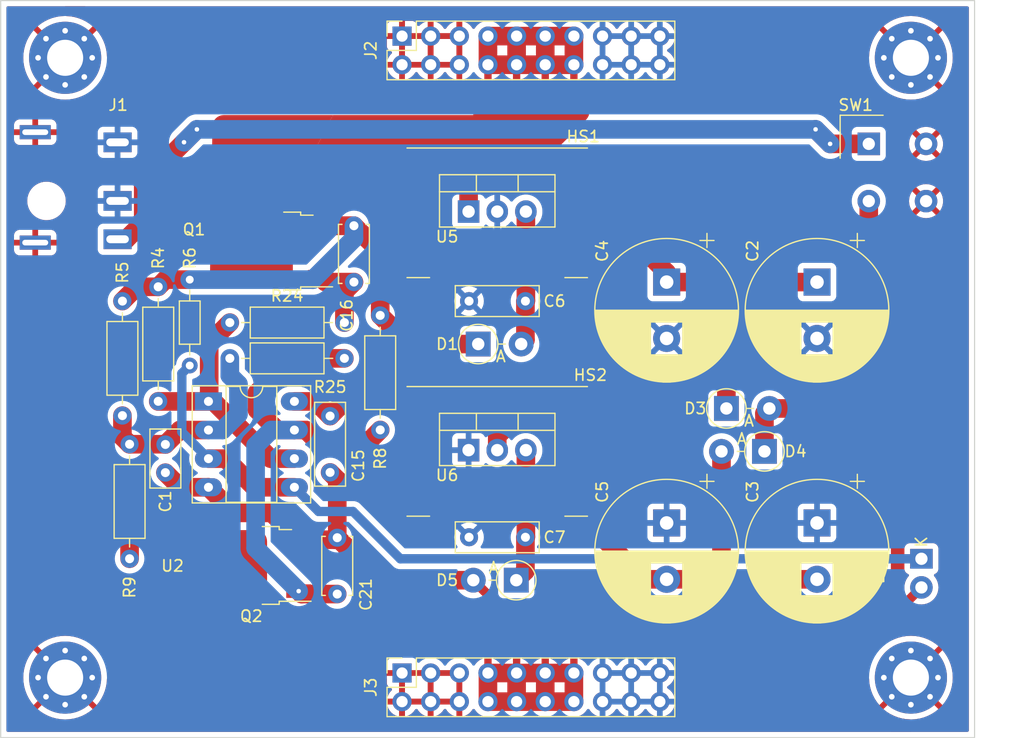
<source format=kicad_pcb>
(kicad_pcb (version 20211014) (generator pcbnew)
  (layers (0 "F.Cu" signal) (31 "B.Cu" power) (34 "B.Paste" user) (35 "F.Paste" user) (36 "B.SilkS" user "B.Silkscreen") (37 "F.SilkS" user "F.Silkscreen") (38 "B.Mask" user) (39 "F.Mask" user) (44 "Edge.Cuts" user))
  (net 0 "")
  (net 1 "Net-(R5-Pad2)")
  (net 2 "GND")
  (net 3 "Net-(U5-Pad3)")
  (net 4 "Net-(U6-Pad3)")
  (net 5 "+12V")
  (net 6 "-12V")
  (net 7 "Net-(C16-Pad2)")
  (net 8 "Net-(U2-Pad7)")
  (net 9 "Net-(U2-Pad3)")
  (net 10 "GNDREF")
  (net 11 "Net-(R4-Pad2)")
  (net 12 "/VREG-")
  (net 13 "/VAC+")
  (net 14 "/VAC-")
  (net 15 "/VREG+")
  (net 16 "/VAC_SW")
  (net 17 "/VAC")
  (footprint "Capacitor_THT:C_Rect_L7.2mm_W2.5mm_P5.00mm_FKS2_FKP2_MKS2_MKP2" (layer "F.Cu") (at 179.247817 95.25 180)
    (fp_text reference "C6" (at -2.58 0) (layer "F.SilkS"))
    (fp_text value "0u22")
    (pad "1" thru_hole circle (at 0 0 180) (size 1.6 1.6) (drill 0.8) (layers *.Cu *.Mask) (net 3 "Net-(U5-Pad3)"))
    (pad "2" thru_hole circle (at 5 0 180) (size 1.6 1.6) (drill 0.8) (layers *.Cu *.Mask) (net 2 "GND"))
  )
  (footprint "Diode_THT:D_DO-41_SOD81_P3.81mm_Vertical_AnodeUp" (layer "F.Cu") (at 197.067818 104.775)
    (fp_text reference "D3" (at -2.757818 0) (layer "F.SilkS"))
    (fp_text value "1N4002" hide)
    (fp_text user "A" (at 2.01 1.1) (layer "F.SilkS"))
    (pad "1" thru_hole rect (at 0 0) (size 2.2 2.2) (drill 1.1) (layers *.Cu *.Mask) (net 13 "/VAC+"))
    (pad "2" thru_hole oval (at 3.81 0) (size 2.2 2.2) (drill 1.1) (layers *.Cu *.Mask) (net 16 "/VAC_SW"))
  )
  (footprint "Capacitor_THT:C_Disc_D5.0mm_W2.5mm_P2.50mm" (layer "F.Cu") (at 147.32 110.47 90)
    (fp_text reference "C1" (at -2.56 0 90) (layer "F.SilkS"))
    (fp_text value "1u")
    (pad "1" thru_hole circle (at 0 0 90) (size 1.6 1.6) (drill 0.8) (layers *.Cu *.Mask) (net 12 "/VREG-"))
    (pad "2" thru_hole circle (at 2.5 0 90) (size 1.6 1.6) (drill 0.8) (layers *.Cu *.Mask) (net 1 "Net-(R5-Pad2)"))
  )
  (footprint "MountingHole:MountingHole_3.2mm_M3_Pad_Via" (layer "F.Cu") (at 213.43 128.66)
    (fp_text reference "H3" hide)
    (fp_text value "M3")
    (pad "1" thru_hole circle (at 2.4 0) (size 0.8 0.8) (drill 0.5) (layers *.Cu *.Mask) (net 10 "GNDREF"))
    (pad "1" thru_hole circle (at 1.697056 1.697056) (size 0.8 0.8) (drill 0.5) (layers *.Cu *.Mask) (net 10 "GNDREF"))
    (pad "1" thru_hole circle (at -1.697056 1.697056) (size 0.8 0.8) (drill 0.5) (layers *.Cu *.Mask) (net 10 "GNDREF"))
    (pad "1" thru_hole circle (at 0 -2.4) (size 0.8 0.8) (drill 0.5) (layers *.Cu *.Mask) (net 10 "GNDREF"))
    (pad "1" thru_hole circle (at 1.697056 -1.697056) (size 0.8 0.8) (drill 0.5) (layers *.Cu *.Mask) (net 10 "GNDREF"))
    (pad "1" thru_hole circle (at -1.697056 -1.697056) (size 0.8 0.8) (drill 0.5) (layers *.Cu *.Mask) (net 10 "GNDREF"))
    (pad "1" thru_hole circle (at 0 0) (size 6.4 6.4) (drill 3.2) (layers *.Cu *.Mask) (net 10 "GNDREF"))
    (pad "1" thru_hole circle (at 0 2.4) (size 0.8 0.8) (drill 0.5) (layers *.Cu *.Mask) (net 10 "GNDREF"))
    (pad "1" thru_hole circle (at -2.4 0) (size 0.8 0.8) (drill 0.5) (layers *.Cu *.Mask) (net 10 "GNDREF"))
  )
  (footprint "Capacitor_THT:CP_Radial_D12.5mm_P5.00mm" (layer "F.Cu") (at 205.105 93.561041 -90)
    (fp_text reference "C2" (at -2.756041 5.715 90) (layer "F.SilkS"))
    (fp_text value "470u")
    (pad "1" thru_hole rect (at 0 0 270) (size 2.4 2.4) (drill 1.2) (layers *.Cu *.Mask) (net 13 "/VAC+"))
    (pad "2" thru_hole circle (at 5 0 270) (size 2.4 2.4) (drill 1.2) (layers *.Cu *.Mask) (net 2 "GND"))
  )
  (footprint "Package_TO_SOT_SMD:TO-252-2" (layer "F.Cu") (at 154.94 118.705 180)
    (fp_text reference "Q2" (at 0 -4.5) (layer "F.SilkS"))
    (fp_text value "FQD30N06TM")
    (pad "1" smd rect (at -4.2 -2.28 180) (size 2.2 1.2) (layers "F.Cu" "F.Paste" "F.Mask") (net 8 "Net-(U2-Pad7)"))
    (pad "2" smd rect (at 2.1 0 180) (size 6.4 5.8) (layers "F.Cu" "F.Mask") (net 6 "-12V"))
    (pad "3" smd rect (at -4.2 2.28 180) (size 2.2 1.2) (layers "F.Cu" "F.Paste" "F.Mask") (net 12 "/VREG-"))
  )
  (footprint "Resistor_THT:R_Axial_DIN0207_L6.3mm_D2.5mm_P10.16mm_Horizontal" (layer "F.Cu") (at 143.51 95.25 -90)
    (fp_text reference "R5" (at -2.54 0 90) (layer "F.SilkS"))
    (fp_text value "270k")
    (pad "1" thru_hole circle (at 0 0 270) (size 1.6 1.6) (drill 0.8) (layers *.Cu *.Mask) (net 15 "/VREG+"))
    (pad "2" thru_hole oval (at 10.16 0 270) (size 1.6 1.6) (drill 0.8) (layers *.Cu *.Mask) (net 1 "Net-(R5-Pad2)"))
  )
  (footprint "Package_TO_SOT_SMD:TO-252-2" (layer "F.Cu") (at 156.845 90.805 180)
    (fp_text reference "Q1" (at 6.985 1.905) (layer "F.SilkS"))
    (fp_text value "FDD6637")
    (pad "1" smd rect (at -4.2 -2.28 180) (size 2.2 1.2) (layers "F.Cu" "F.Paste" "F.Mask") (net 7 "Net-(C16-Pad2)"))
    (pad "2" smd rect (at 2.1 0 180) (size 6.4 5.8) (layers "F.Cu" "F.Mask") (net 5 "+12V"))
    (pad "3" smd rect (at -4.2 2.28 180) (size 2.2 1.2) (layers "F.Cu" "F.Paste" "F.Mask") (net 15 "/VREG+"))
  )
  (footprint "Package_TO_SOT_THT:TO-220-3_Vertical" (layer "F.Cu") (at 174.207817 108.475)
    (fp_text reference "U6" (at -1.905 2.23) (layer "F.SilkS"))
    (fp_text value "MC7912ACTG")
    (pad "1" thru_hole rect (at 0 0) (size 1.905 2) (drill 1.1) (layers *.Cu *.Mask) (net 2 "GND"))
    (pad "2" thru_hole oval (at 2.54 0) (size 1.905 2) (drill 1.1) (layers *.Cu *.Mask) (net 14 "/VAC-"))
    (pad "3" thru_hole oval (at 5.08 0) (size 1.905 2) (drill 1.1) (layers *.Cu *.Mask) (net 4 "Net-(U6-Pad3)"))
  )
  (footprint "MountingHole:MountingHole_3.2mm_M3_Pad_Via" (layer "F.Cu") (at 213.43 73.66)
    (fp_text reference "H2" hide)
    (fp_text value "M3")
    (pad "1" thru_hole circle (at -1.697056 1.697056) (size 0.8 0.8) (drill 0.5) (layers *.Cu *.Mask) (net 10 "GNDREF"))
    (pad "1" thru_hole circle (at -1.697056 -1.697056) (size 0.8 0.8) (drill 0.5) (layers *.Cu *.Mask) (net 10 "GNDREF"))
    (pad "1" thru_hole circle locked (at 0 0) (size 6.4 6.4) (drill 3.2) (layers *.Cu *.Mask) (net 10 "GNDREF"))
    (pad "1" thru_hole circle (at 1.697056 -1.697056) (size 0.8 0.8) (drill 0.5) (layers *.Cu *.Mask) (net 10 "GNDREF"))
    (pad "1" thru_hole circle (at 2.4 0) (size 0.8 0.8) (drill 0.5) (layers *.Cu *.Mask) (net 10 "GNDREF"))
    (pad "1" thru_hole circle (at -2.4 0) (size 0.8 0.8) (drill 0.5) (layers *.Cu *.Mask) (net 10 "GNDREF"))
    (pad "1" thru_hole circle (at 0 -2.4) (size 0.8 0.8) (drill 0.5) (layers *.Cu *.Mask) (net 10 "GNDREF"))
    (pad "1" thru_hole circle (at 1.697056 1.697056) (size 0.8 0.8) (drill 0.5) (layers *.Cu *.Mask) (net 10 "GNDREF"))
    (pad "1" thru_hole circle (at 0 2.4) (size 0.8 0.8) (drill 0.5) (layers *.Cu *.Mask) (net 10 "GNDREF"))
  )
  (footprint "Diode_THT:D_DO-41_SOD81_P3.81mm_Vertical_AnodeUp" (layer "F.Cu") (at 178.435 120.015 180)
    (fp_text reference "D5" (at 6.132183 0) (layer "F.SilkS"))
    (fp_text value "1N5818")
    (fp_text user "A" (at 2.01 1.1) (layer "F.SilkS"))
    (pad "1" thru_hole rect (at 0 0 180) (size 2.2 2.2) (drill 1.1) (layers *.Cu *.Mask) (net 4 "Net-(U6-Pad3)"))
    (pad "2" thru_hole oval (at 3.81 0 180) (size 2.2 2.2) (drill 1.1) (layers *.Cu *.Mask) (net 12 "/VREG-"))
  )
  (footprint "uAmp-O2-Library:Heatsink_CUI_HSE-B2111-038" (layer "F.Cu") (at 176.747817 103.085)
    (fp_text reference "HS2" (at 8.255 -1.27 unlocked) (layer "F.SilkS"))
    (fp_text value "HSE-B2111-038")
  )
  (footprint "Package_TO_SOT_THT:TO-220-3_Vertical" (layer "F.Cu") (at 174.207817 87.305)
    (fp_text reference "U5" (at -1.905 2.23) (layer "F.SilkS"))
    (fp_text value "MC7812ACTG")
    (pad "1" thru_hole rect (at 0 0) (size 1.905 2) (drill 1.1) (layers *.Cu *.Mask) (net 13 "/VAC+"))
    (pad "2" thru_hole oval (at 2.54 0) (size 1.905 2) (drill 1.1) (layers *.Cu *.Mask) (net 2 "GND"))
    (pad "3" thru_hole oval (at 5.08 0) (size 1.905 2) (drill 1.1) (layers *.Cu *.Mask) (net 3 "Net-(U5-Pad3)"))
  )
  (footprint "Resistor_THT:R_Axial_DIN0204_L3.6mm_D1.6mm_P7.62mm_Horizontal" (layer "F.Cu") (at 149.479 100.965 90)
    (fp_text reference "R6" (at 9.525 0 90) (layer "F.SilkS"))
    (fp_text value "40k2")
    (pad "1" thru_hole circle (at 0 0 90) (size 1.4 1.4) (drill 0.7) (layers *.Cu *.Mask) (net 9 "Net-(U2-Pad3)"))
    (pad "2" thru_hole oval (at 7.62 0 90) (size 1.4 1.4) (drill 0.7) (layers *.Cu *.Mask) (net 15 "/VREG+"))
  )
  (footprint "uAmp-O2-Library:Heatsink_CUI_HSE-B2111-038" (layer "F.Cu") (at 176.747817 81.915)
    (fp_text reference "HS1" (at 7.62 -1.27 unlocked) (layer "F.SilkS"))
    (fp_text value "HSE-B2111-038")
  )
  (footprint "Resistor_THT:R_Axial_DIN0207_L6.3mm_D2.5mm_P10.16mm_Horizontal" (layer "F.Cu") (at 144.145 107.95 -90)
    (fp_text reference "R9" (at 12.7 0 90) (layer "F.SilkS"))
    (fp_text value "33k")
    (pad "1" thru_hole circle (at 0 0 270) (size 1.6 1.6) (drill 0.8) (layers *.Cu *.Mask) (net 1 "Net-(R5-Pad2)"))
    (pad "2" thru_hole oval (at 10.16 0 270) (size 1.6 1.6) (drill 0.8) (layers *.Cu *.Mask) (net 12 "/VREG-"))
  )
  (footprint "Capacitor_THT:CP_Radial_D12.5mm_P5.00mm" (layer "F.Cu") (at 205.105 114.935 -90)
    (fp_text reference "C3" (at -2.756041 5.715 90) (layer "F.SilkS"))
    (fp_text value "470u")
    (pad "1" thru_hole rect (at 0 0 270) (size 2.4 2.4) (drill 1.2) (layers *.Cu *.Mask) (net 2 "GND"))
    (pad "2" thru_hole circle (at 5 0 270) (size 2.4 2.4) (drill 1.2) (layers *.Cu *.Mask) (net 14 "/VAC-"))
  )
  (footprint "Package_DIP:DIP-8_W7.62mm_Socket_LongPads" (layer "F.Cu") (at 151.14 104.15)
    (fp_text reference "U2" (at -3.185 14.595) (layer "F.SilkS"))
    (fp_text value "NJM2903D")
    (pad "1" thru_hole rect (at 0 0) (size 2.4 1.6) (drill 0.8) (layers *.Cu *.Mask) (net 11 "Net-(R4-Pad2)"))
    (pad "2" thru_hole oval (at 0 2.54) (size 2.4 1.6) (drill 0.8) (layers *.Cu *.Mask) (net 1 "Net-(R5-Pad2)"))
    (pad "3" thru_hole oval (at 0 5.08) (size 2.4 1.6) (drill 0.8) (layers *.Cu *.Mask) (net 9 "Net-(U2-Pad3)"))
    (pad "4" thru_hole oval (at 0 7.62) (size 2.4 1.6) (drill 0.8) (layers *.Cu *.Mask) (net 12 "/VREG-"))
    (pad "5" thru_hole oval (at 7.62 7.62) (size 2.4 1.6) (drill 0.8) (layers *.Cu *.Mask) (net 9 "Net-(U2-Pad3)"))
    (pad "6" thru_hole oval (at 7.62 5.08) (size 2.4 1.6) (drill 0.8) (layers *.Cu *.Mask) (net 11 "Net-(R4-Pad2)"))
    (pad "7" thru_hole oval (at 7.62 2.54) (size 2.4 1.6) (drill 0.8) (layers *.Cu *.Mask) (net 8 "Net-(U2-Pad7)"))
    (pad "8" thru_hole oval (at 7.62 0) (size 2.4 1.6) (drill 0.8) (layers *.Cu *.Mask) (net 15 "/VREG+"))
  )
  (footprint "Capacitor_THT:C_Rect_L7.2mm_W2.5mm_P5.00mm_FKS2_FKP2_MKS2_MKP2" (layer "F.Cu") (at 161.925 105.45 -90)
    (fp_text reference "C15" (at 4.405 -2.5 90) (layer "F.SilkS"))
    (fp_text value "0u22")
    (pad "1" thru_hole circle (at 0 0 270) (size 1.6 1.6) (drill 0.8) (layers *.Cu *.Mask) (net 15 "/VREG+"))
    (pad "2" thru_hole circle (at 5 0 270) (size 1.6 1.6) (drill 0.8) (layers *.Cu *.Mask) (net 12 "/VREG-"))
  )
  (footprint "Capacitor_THT:CP_Radial_D12.5mm_P5.00mm" (layer "F.Cu") (at 191.77 93.561041 -90)
    (fp_text reference "C4" (at -2.756041 5.715 90) (layer "F.SilkS"))
    (fp_text value "470u")
    (pad "1" thru_hole rect (at 0 0 270) (size 2.4 2.4) (drill 1.2) (layers *.Cu *.Mask) (net 13 "/VAC+"))
    (pad "2" thru_hole circle (at 5 0 270) (size 2.4 2.4) (drill 1.2) (layers *.Cu *.Mask) (net 2 "GND"))
  )
  (footprint "uAmp-O2-Library:Connector_BarrelJack_Switchcraft_RAPC712S" (layer "F.Cu") (at 136.779 86.36 180)
    (fp_text reference "J1" (at -6.35 8.509 unlocked) (layer "F.SilkS"))
    (fp_text value "JCK_VAC")
    (pad "" np_thru_hole circle (at 0 0 270) (size 2.4 2.4) (drill 2.4) (layers F&B.Cu *.Mask))
    (pad "1" thru_hole rect (at -6.3 -3.4 270) (size 1.75 2.5) (drill oval 0.7 2) (layers *.Cu *.Mask) (net 17 "/VAC"))
    (pad "2" thru_hole rect (at -6.3 0 270) (size 1.75 2.5) (drill oval 0.7 2) (layers *.Cu *.Mask) (net 2 "GND"))
    (pad "3" thru_hole rect (at -6.3 5.2 270) (size 1.75 2.5) (drill oval 0.7 2) (layers *.Cu *.Mask) (net 2 "GND"))
    (pad "MP" thru_hole rect (at 1 -3.7 270) (size 1.25 2.75) (drill oval 0.5 2.3) (layers *.Cu *.Mask) (net 10 "GNDREF"))
    (pad "MP" thru_hole rect (at 1 6.1 270) (size 1.25 2.75) (drill oval 0.5 2.3) (layers *.Cu *.Mask) (net 10 "GNDREF"))
  )
  (footprint "Capacitor_THT:C_Disc_D5.0mm_W2.5mm_P5.00mm" (layer "F.Cu") (at 164.04 88.56 -90)
    (fp_text reference "C16" (at 7.96 0.635 90) (layer "F.SilkS"))
    (fp_text value "0u022")
    (pad "1" thru_hole circle (at 0 0 270) (size 1.6 1.6) (drill 0.8) (layers *.Cu *.Mask) (net 15 "/VREG+"))
    (pad "2" thru_hole circle (at 5 0 270) (size 1.6 1.6) (drill 0.8) (layers *.Cu *.Mask) (net 7 "Net-(C16-Pad2)"))
  )
  (footprint "Resistor_THT:R_Axial_DIN0207_L6.3mm_D2.5mm_P10.16mm_Horizontal" (layer "F.Cu") (at 146.685 93.98 -90)
    (fp_text reference "R4" (at -2.54 0 90) (layer "F.SilkS"))
    (fp_text value "270k")
    (pad "1" thru_hole circle (at 0 0 270) (size 1.6 1.6) (drill 0.8) (layers *.Cu *.Mask) (net 15 "/VREG+"))
    (pad "2" thru_hole oval (at 10.16 0 270) (size 1.6 1.6) (drill 0.8) (layers *.Cu *.Mask) (net 11 "Net-(R4-Pad2)"))
  )
  (footprint "uAmp-O2-Library:LED_Dialight_551" (layer "F.Cu") (at 214.3625 119.385 90)
    (fp_text reference "D7" (at 0 -3.81 90 unlocked) (layer "F.SilkS"))
    (fp_text value "LED")
    (fp_text user "K" (at 2.77 0 90 unlocked) (layer "F.SilkS"))
    (pad "1" thru_hole circle (at -1.27 0 180) (size 2 2) (drill 1.09) (layers *.Cu *.Mask) (net 12 "/VREG-"))
    (pad "2" thru_hole rect (at 1.27 0 180) (size 2 1.75) (drill 1.09) (layers *.Cu *.Mask) (net 9 "Net-(U2-Pad3)"))
  )
  (footprint "Resistor_THT:R_Axial_DIN0207_L6.3mm_D2.5mm_P10.16mm_Horizontal" (layer "F.Cu") (at 166.37 96.52 -90)
    (fp_text reference "R8" (at 12.7 0 90) (layer "F.SilkS"))
    (fp_text value "270k")
    (pad "1" thru_hole circle (at 0 0 270) (size 1.6 1.6) (drill 0.8) (layers *.Cu *.Mask) (net 15 "/VREG+"))
    (pad "2" thru_hole oval (at 10.16 0 270) (size 1.6 1.6) (drill 0.8) (layers *.Cu *.Mask) (net 8 "Net-(U2-Pad7)"))
  )
  (footprint "Capacitor_THT:CP_Radial_D12.5mm_P5.00mm" (layer "F.Cu") (at 191.77 114.935 -90)
    (fp_text reference "C5" (at -2.756041 5.715 90) (layer "F.SilkS"))
    (fp_text value "470u")
    (pad "1" thru_hole rect (at 0 0 270) (size 2.4 2.4) (drill 1.2) (layers *.Cu *.Mask) (net 2 "GND"))
    (pad "2" thru_hole circle (at 5 0 270) (size 2.4 2.4) (drill 1.2) (layers *.Cu *.Mask) (net 14 "/VAC-"))
  )
  (footprint "Resistor_THT:R_Axial_DIN0207_L6.3mm_D2.5mm_P10.16mm_Horizontal" (layer "F.Cu") (at 153.035 97.155)
    (fp_text reference "R24" (at 5.08 -2.37) (layer "F.SilkS"))
    (fp_text value "270k")
    (pad "1" thru_hole circle (at 0 0) (size 1.6 1.6) (drill 0.8) (layers *.Cu *.Mask) (net 11 "Net-(R4-Pad2)"))
    (pad "2" thru_hole oval (at 10.16 0) (size 1.6 1.6) (drill 0.8) (layers *.Cu *.Mask) (net 7 "Net-(C16-Pad2)"))
  )
  (footprint "uAmp-O2-power-Library:Switch_SPST_eSwitch_800A-WSP9-M6" (layer "F.Cu") (at 209.6945 81.2975)
    (fp_text reference "SW1" (at -1.1605 -3.4465 unlocked) (layer "F.SilkS"))
    (fp_text value "SW_PWR")
    (pad "1" thru_hole rect (at 0 0) (size 2 2) (drill 1.09) (layers *.Cu *.Mask) (net 17 "/VAC"))
    (pad "2" thru_hole circle (at 5.08 0) (size 2 2) (drill 1.09) (layers *.Cu *.Mask) (net 10 "GNDREF"))
    (pad "2" thru_hole circle (at 5.08 5.08) (size 2 2) (drill 1.09) (layers *.Cu *.Mask) (net 10 "GNDREF"))
    (pad "3" thru_hole circle (at 0 5.08) (size 2 2) (drill 1.09) (layers *.Cu *.Mask) (net 16 "/VAC_SW"))
  )
  (footprint "Capacitor_THT:C_Disc_D5.0mm_W2.5mm_P5.00mm" (layer "F.Cu") (at 162.56 121.245 90)
    (fp_text reference "C21" (at -0.04 2.54 90) (layer "F.SilkS"))
    (fp_text value "0u022")
    (pad "1" thru_hole circle (at 0 0 90) (size 1.6 1.6) (drill 0.8) (layers *.Cu *.Mask) (net 8 "Net-(U2-Pad7)"))
    (pad "2" thru_hole circle (at 5 0 90) (size 1.6 1.6) (drill 0.8) (layers *.Cu *.Mask) (net 12 "/VREG-"))
  )
  (footprint "Capacitor_THT:C_Rect_L7.2mm_W2.5mm_P5.00mm_FKS2_FKP2_MKS2_MKP2" (layer "F.Cu") (at 174.247817 116.205)
    (fp_text reference "C7" (at 7.58 0) (layer "F.SilkS"))
    (fp_text value "0u22")
    (pad "1" thru_hole circle (at 0 0) (size 1.6 1.6) (drill 0.8) (layers *.Cu *.Mask) (net 2 "GND"))
    (pad "2" thru_hole circle (at 5 0) (size 1.6 1.6) (drill 0.8) (layers *.Cu *.Mask) (net 4 "Net-(U6-Pad3)"))
  )
  (footprint "Diode_THT:D_DO-41_SOD81_P3.81mm_Vertical_AnodeUp" (layer "F.Cu") (at 175.060635 99.06)
    (fp_text reference "D1" (at -2.757818 0) (layer "F.SilkS"))
    (fp_text value "1N5818")
    (fp_text user "A" (at 2.01 1.1) (layer "F.SilkS"))
    (pad "1" thru_hole rect (at 0 0) (size 2.2 2.2) (drill 1.1) (layers *.Cu *.Mask) (net 15 "/VREG+"))
    (pad "2" thru_hole oval (at 3.81 0) (size 2.2 2.2) (drill 1.1) (layers *.Cu *.Mask) (net 3 "Net-(U5-Pad3)"))
  )
  (footprint "Connector_PinSocket_2.54mm:PinSocket_2x10_P2.54mm_Vertical" (layer "F.Cu") (at 168.305 71.735 90)
    (fp_text reference "J2" (at -1.27 -2.77 90) (layer "F.SilkS"))
    (fp_text value "RAIL_POS")
    (pad "1" thru_hole rect (at 0 0 90) (size 1.7 1.7) (drill 1) (layers *.Cu *.Mask) (net 10 "GNDREF"))
    (pad "2" thru_hole oval (at -2.54 0 90) (size 1.7 1.7) (drill 1) (layers *.Cu *.Mask) (net 10 "GNDREF"))
    (pad "3" thru_hole oval (at 0 2.54 90) (size 1.7 1.7) (drill 1) (layers *.Cu *.Mask) (net 10 "GNDREF"))
    (pad "4" thru_hole oval (at -2.54 2.54 90) (size 1.7 1.7) (drill 1) (layers *.Cu *.Mask) (net 10 "GNDREF"))
    (pad "5" thru_hole oval (at 0 5.08 90) (size 1.7 1.7) (drill 1) (layers *.Cu *.Mask) (net 10 "GNDREF"))
    (pad "6" thru_hole oval (at -2.54 5.08 90) (size 1.7 1.7) (drill 1) (layers *.Cu *.Mask) (net 10 "GNDREF"))
    (pad "7" thru_hole oval (at 0 7.62 90) (size 1.7 1.7) (drill 1) (layers *.Cu *.Mask) (net 5 "+12V"))
    (pad "8" thru_hole oval (at -2.54 7.62 90) (size 1.7 1.7) (drill 1) (layers *.Cu *.Mask) (net 5 "+12V"))
    (pad "9" thru_hole oval (at 0 10.16 90) (size 1.7 1.7) (drill 1) (layers *.Cu *.Mask) (net 5 "+12V"))
    (pad "10" thru_hole oval (at -2.54 10.16 90) (size 1.7 1.7) (drill 1) (layers *.Cu *.Mask) (net 5 "+12V"))
    (pad "11" thru_hole oval (at 0 12.7 90) (size 1.7 1.7) (drill 1) (layers *.Cu *.Mask) (net 5 "+12V"))
    (pad "12" thru_hole oval (at -2.54 12.7 90) (size 1.7 1.7) (drill 1) (layers *.Cu *.Mask) (net 5 "+12V"))
    (pad "13" thru_hole oval (at 0 15.24 90) (size 1.7 1.7) (drill 1) (layers *.Cu *.Mask) (net 5 "+12V"))
    (pad "14" thru_hole oval (at -2.54 15.24 90) (size 1.7 1.7) (drill 1) (layers *.Cu *.Mask) (net 5 "+12V"))
    (pad "15" thru_hole oval (at 0 17.78 90) (size 1.7 1.7) (drill 1) (layers *.Cu *.Mask) (net 2 "GND"))
    (pad "16" thru_hole oval (at -2.54 17.78 90) (size 1.7 1.7) (drill 1) (layers *.Cu *.Mask) (net 2 "GND"))
    (pad "17" thru_hole oval (at 0 20.32 90) (size 1.7 1.7) (drill 1) (layers *.Cu *.Mask) (net 2 "GND"))
    (pad "18" thru_hole oval (at -2.54 20.32 90) (size 1.7 1.7) (drill 1) (layers *.Cu *.Mask) (net 2 "GND"))
    (pad "19" thru_hole oval (at 0 22.86 90) (size 1.7 1.7) (drill 1) (layers *.Cu *.Mask) (net 2 "GND"))
    (pad "20" thru_hole oval (at -2.54 22.86 90) (size 1.7 1.7) (drill 1) (layers *.Cu *.Mask) (net 2 "GND"))
  )
  (footprint "MountingHole:MountingHole_3.2mm_M3_Pad_Via" (layer "F.Cu") (at 138.43 128.66)
    (fp_text reference "H4" hide)
    (fp_text value "M3")
    (pad "1" thru_hole circle locked (at -1.697056 -1.697056) (size 0.8 0.8) (drill 0.5) (layers *.Cu *.Mask) (net 10 "GNDREF"))
    (pad "1" thru_hole circle locked (at 2.4 0) (size 0.8 0.8) (drill 0.5) (layers *.Cu *.Mask) (net 10 "GNDREF"))
    (pad "1" thru_hole circle locked (at 1.697056 -1.697056) (size 0.8 0.8) (drill 0.5) (layers *.Cu *.Mask) (net 10 "GNDREF"))
    (pad "1" thru_hole circle locked (at 0 2.4) (size 0.8 0.8) (drill 0.5) (layers *.Cu *.Mask) (net 10 "GNDREF"))
    (pad "1" thru_hole circle locked (at 0 -2.4) (size 0.8 0.8) (drill 0.5) (layers *.Cu *.Mask) (net 10 "GNDREF"))
    (pad "1" thru_hole circle locked (at -2.4 0) (size 0.8 0.8) (drill 0.5) (layers *.Cu *.Mask) (net 10 "GNDREF"))
    (pad "1" thru_hole circle locked (at 0 0) (size 6.4 6.4) (drill 3.2) (layers *.Cu *.Mask) (net 10 "GNDREF"))
    (pad "1" thru_hole circle locked (at 1.697056 1.697056) (size 0.8 0.8) (drill 0.5) (layers *.Cu *.Mask) (net 10 "GNDREF"))
    (pad "1" thru_hole circle locked (at -1.697056 1.697056) (size 0.8 0.8) (drill 0.5) (layers *.Cu *.Mask) (net 10 "GNDREF"))
  )
  (footprint "Resistor_THT:R_Axial_DIN0207_L6.3mm_D2.5mm_P10.16mm_Horizontal" (layer "F.Cu") (at 153.035 100.33)
    (fp_text reference "R25" (at 8.89 2.54) (layer "F.SilkS"))
    (fp_text value "1M5")
    (pad "1" thru_hole circle (at 0 0) (size 1.6 1.6) (drill 0.8) (layers *.Cu *.Mask) (net 1 "Net-(R5-Pad2)"))
    (pad "2" thru_hole oval (at 10.16 0) (size 1.6 1.6) (drill 0.8) (layers *.Cu *.Mask) (net 8 "Net-(U2-Pad7)"))
  )
  (footprint "MountingHole:MountingHole_3.2mm_M3_Pad_Via" (layer "F.Cu") (at 138.43 73.66)
    (fp_text reference "H1" hide)
    (fp_text value "M3")
    (pad "1" thru_hole circle locked (at -1.697056 1.697056) (size 0.8 0.8) (drill 0.5) (layers *.Cu *.Mask) (net 10 "GNDREF"))
    (pad "1" thru_hole circle locked (at 0 -2.4) (size 0.8 0.8) (drill 0.5) (layers *.Cu *.Mask) (net 10 "GNDREF"))
    (pad "1" thru_hole circle locked (at -1.697056 -1.697056) (size 0.8 0.8) (drill 0.5) (layers *.Cu *.Mask) (net 10 "GNDREF"))
    (pad "1" thru_hole circle locked (at 0 2.4) (size 0.8 0.8) (drill 0.5) (layers *.Cu *.Mask) (net 10 "GNDREF"))
    (pad "1" thru_hole circle locked (at 0 0) (size 6.4 6.4) (drill 3.2) (layers *.Cu *.Mask) (net 10 "GNDREF"))
    (pad "1" thru_hole circle locked (at 2.4 0) (size 0.8 0.8) (drill 0.5) (layers *.Cu *.Mask) (net 10 "GNDREF"))
    (pad "1" thru_hole circle locked (at 1.697056 1.697056) (size 0.8 0.8) (drill 0.5) (layers *.Cu *.Mask) (net 10 "GNDREF"))
    (pad "1" thru_hole circle locked (at 1.697056 -1.697056) (size 0.8 0.8) (drill 0.5) (layers *.Cu *.Mask) (net 10 "GNDREF"))
    (pad "1" thru_hole circle locked (at -2.4 0) (size 0.8 0.8) (drill 0.5) (layers *.Cu *.Mask) (net 10 "GNDREF"))
  )
  (footprint "Connector_PinSocket_2.54mm:PinSocket_2x10_P2.54mm_Vertical" (layer "F.Cu") (at 168.305 128.25 90)
    (fp_text reference "J3" (at -1.27 -2.77 90) (layer "F.SilkS"))
    (fp_text value "RAIL_NEG")
    (pad "1" thru_hole rect (at 0 0 90) (size 1.7 1.7) (drill 1) (layers *.Cu *.Mask) (net 10 "GNDREF"))
    (pad "2" thru_hole oval (at -2.54 0 90) (size 1.7 1.7) (drill 1) (layers *.Cu *.Mask) (net 10 "GNDREF"))
    (pad "3" thru_hole oval (at 0 2.54 90) (size 1.7 1.7) (drill 1) (layers *.Cu *.Mask) (net 10 "GNDREF"))
    (pad "4" thru_hole oval (at -2.54 2.54 90) (size 1.7 1.7) (drill 1) (layers *.Cu *.Mask) (net 10 "GNDREF"))
    (pad "5" thru_hole oval (at 0 5.08 90) (size 1.7 1.7) (drill 1) (layers *.Cu *.Mask) (net 10 "GNDREF"))
    (pad "6" thru_hole oval (at -2.54 5.08 90) (size 1.7 1.7) (drill 1) (layers *.Cu *.Mask) (net 10 "GNDREF"))
    (pad "7" thru_hole oval (at 0 7.62 90) (size 1.7 1.7) (drill 1) (layers *.Cu *.Mask) (net 6 "-12V"))
    (pad "8" thru_hole oval (at -2.54 7.62 90) (size 1.7 1.7) (drill 1) (layers *.Cu *.Mask) (net 6 "-12V"))
    (pad "9" thru_hole oval (at 0 10.16 90) (size 1.7 1.7) (drill 1) (layers *.Cu *.Mask) (net 6 "-12V"))
    (pad "10" thru_hole oval (at -2.54 10.16 90) (size 1.7 1.7) (drill 1) (layers *.Cu *.Mask) (net 6 "-12V"))
    (pad "11" thru_hole oval (at 0 12.7 90) (size 1.7 1.7) (drill 1) (layers *.Cu *.Mask) (net 6 "-12V"))
    (pad "12" thru_hole oval (at -2.54 12.7 90) (size 1.7 1.7) (drill 1) (layers *.Cu *.Mask) (net 6 "-12V"))
    (pad "13" thru_hole oval (at 0 15.24 90) (size 1.7 1.7) (drill 1) (layers *.Cu *.Mask) (net 6 "-12V"))
    (pad "14" thru_hole oval (at -2.54 15.24 90) (size 1.7 1.7) (drill 1) (layers *.Cu *.Mask) (net 6 "-12V"))
    (pad "15" thru_hole oval (at 0 17.78 90) (size 1.7 1.7) (drill 1) (layers *.Cu *.Mask) (net 2 "GND"))
    (pad "16" thru_hole oval (at -2.54 17.78 90) (size 1.7 1.7) (drill 1) (layers *.Cu *.Mask) (net 2 "GND"))
    (pad "17" thru_hole oval (at 0 20.32 90) (size 1.7 1.7) (drill 1) (layers *.Cu *.Mask) (net 2 "GND"))
    (pad "18" thru_hole oval (at -2.54 20.32 90) (size 1.7 1.7) (drill 1) (layers *.Cu *.Mask) (net 2 "GND"))
    (pad "19" thru_hole oval (at 0 22.86 90) (size 1.7 1.7) (drill 1) (layers *.Cu *.Mask) (net 2 "GND"))
    (pad "20" thru_hole oval (at -2.54 22.86 90) (size 1.7 1.7) (drill 1) (layers *.Cu *.Mask) (net 2 "GND"))
  )
  (footprint "Diode_THT:D_DO-41_SOD81_P3.81mm_Vertical_AnodeUp" (layer "F.Cu") (at 200.442183 108.585 180)
    (fp_text reference "D4" (at -2.757817 0) (layer "F.SilkS"))
    (fp_text value "1N4002" hide)
    (fp_text user "A" (at 2.01 1.1) (layer "F.SilkS"))
    (pad "1" thru_hole rect (at 0 0 180) (size 2.2 2.2) (drill 1.1) (layers *.Cu *.Mask) (net 16 "/VAC_SW"))
    (pad "2" thru_hole oval (at 3.81 0 180) (size 2.2 2.2) (drill 1.1) (layers *.Cu *.Mask) (net 14 "/VAC-"))
  )
  (gr_rect (start 132.715 68.58) (end 219.075 133.985) (layer "Edge.Cuts") (width 0.1) (fill none))
  (segment (start 143.51 105.41) (end 143.51 107.315) (width 1.65) (layer "F.Cu") (net 1))
  (segment (start 144.145 107.95) (end 147.3 107.95) (width 1.65) (layer "F.Cu") (net 1))
  (segment (start 148.6 106.69) (end 151.14 106.69) (width 1.65) (layer "F.Cu") (net 1))
  (segment (start 147.3 107.95) (end 147.32 107.97) (width 1.65) (layer "F.Cu") (net 1))
  (segment (start 143.51 107.315) (end 144.145 107.95) (width 1.65) (layer "F.Cu") (net 1))
  (segment (start 147.32 107.97) (end 148.6 106.69) (width 1.65) (layer "F.Cu") (net 1))
  (segment (start 153.797 105.283) (end 152.39 106.69) (width 1.65) (layer "B.Cu") (net 1))
  (segment (start 153.035 100.33) (end 153.035 101.854) (width 1.65) (layer "B.Cu") (net 1))
  (segment (start 153.797 102.616) (end 153.797 105.283) (width 1.65) (layer "B.Cu") (net 1))
  (segment (start 153.035 101.854) (end 153.797 102.616) (width 1.65) (layer "B.Cu") (net 1))
  (segment (start 152.39 106.69) (end 151.14 106.69) (width 1.65) (layer "B.Cu") (net 1))
  (segment (start 179.287817 87.305) (end 179.287817 95.21) (width 1.65) (layer "F.Cu") (net 3))
  (segment (start 179.247817 98.682818) (end 178.870635 99.06) (width 1.65) (layer "F.Cu") (net 3))
  (segment (start 179.287817 95.21) (end 179.247817 95.25) (width 1.65) (layer "F.Cu") (net 3))
  (segment (start 179.247817 95.25) (end 179.247817 98.682818) (width 1.65) (layer "F.Cu") (net 3))
  (segment (start 179.287817 116.165) (end 179.247817 116.205) (width 1.65) (layer "F.Cu") (net 4))
  (segment (start 179.287817 108.475) (end 179.287817 116.165) (width 1.65) (layer "F.Cu") (net 4))
  (segment (start 179.247817 119.202183) (end 178.435 120.015) (width 1.65) (layer "F.Cu") (net 4))
  (segment (start 179.247817 116.205) (end 179.247817 119.202183) (width 1.65) (layer "F.Cu") (net 4))
  (segment (start 175.925 71.735) (end 175.925 74.275) (width 1.65) (layer "F.Cu") (net 5))
  (segment (start 175.925 74.275) (end 183.545 74.275) (width 1.65) (layer "F.Cu") (net 5))
  (segment (start 183.545 71.735) (end 183.545 74.275) (width 1.65) (layer "F.Cu") (net 5))
  (segment (start 175.925 71.735) (end 183.545 71.735) (width 1.65) (layer "F.Cu") (net 5))
  (segment (start 178.465 71.735) (end 178.465 74.275) (width 1.65) (layer "F.Cu") (net 5))
  (segment (start 181.005 71.735) (end 181.005 74.275) (width 1.65) (layer "F.Cu") (net 5))
  (segment (start 181.005 128.25) (end 181.005 130.79) (width 1.65) (layer "F.Cu") (net 6))
  (segment (start 183.545 128.25) (end 175.925 128.25) (width 1.65) (layer "F.Cu") (net 6))
  (segment (start 175.925 130.79) (end 183.545 130.79) (width 1.65) (layer "F.Cu") (net 6))
  (segment (start 183.545 128.25) (end 183.545 130.79) (width 1.65) (layer "F.Cu") (net 6))
  (segment (start 178.465 128.25) (end 178.465 130.79) (width 1.65) (layer "F.Cu") (net 6))
  (segment (start 175.925 128.25) (end 175.925 130.79) (width 1.65) (layer "F.Cu") (net 6))
  (segment (start 161.52 93.56) (end 161.045 93.085) (width 1.65) (layer "F.Cu") (net 7))
  (segment (start 163.195 97.155) (end 163.195 94.405) (width 1.65) (layer "F.Cu") (net 7))
  (segment (start 163.195 94.405) (end 164.04 93.56) (width 1.65) (layer "F.Cu") (net 7))
  (segment (start 164.04 93.56) (end 161.52 93.56) (width 1.65) (layer "F.Cu") (net 7))
  (segment (start 155.448 103.378) (end 158.496 100.33) (width 1.65) (layer "F.Cu") (net 8))
  (segment (start 162.56 121.245) (end 159.4 121.245) (width 1.65) (layer "F.Cu") (net 8))
  (segment (start 158.76 106.69) (end 157.236 106.69) (width 1.65) (layer "F.Cu") (net 8))
  (segment (start 155.448 104.902) (end 155.448 103.378) (width 1.65) (layer "F.Cu") (net 8))
  (segment (start 165.354 107.696) (end 166.37 106.68) (width 1.65) (layer "F.Cu") (net 8))
  (segment (start 158.76 106.69) (end 159.776 106.69) (width 1.65) (layer "F.Cu") (net 8))
  (segment (start 157.236 106.69) (end 155.448 104.902) (width 1.65) (layer "F.Cu") (net 8))
  (segment (start 159.776 106.69) (end 160.782 107.696) (width 1.65) (layer "F.Cu") (net 8))
  (segment (start 159.4 121.245) (end 159.14 120.985) (width 1.65) (layer "F.Cu") (net 8))
  (segment (start 160.782 107.696) (end 165.354 107.696) (width 1.65) (layer "F.Cu") (net 8))
  (segment (start 158.496 100.33) (end 163.195 100.33) (width 1.65) (layer "F.Cu") (net 8))
  (via (at 159.14 120.985) (size 0.8) (drill 0.4) (layers "F.Cu" "B.Cu") (net 8))
  (segment (start 155.321 117.166) (end 159.14 120.985) (width 1.65) (layer "B.Cu") (net 8))
  (segment (start 156.708 106.69) (end 155.321 108.077) (width 1.65) (layer "B.Cu") (net 8))
  (segment (start 155.321 108.077) (end 155.321 117.166) (width 1.65) (layer "B.Cu") (net 8))
  (segment (start 158.76 106.69) (end 156.708 106.69) (width 1.65) (layer "B.Cu") (net 8))
  (segment (start 155.204 111.77) (end 158.76 111.77) (width 1.65) (layer "F.Cu") (net 9))
  (segment (start 151.14 109.23) (end 152.664 109.23) (width 1.65) (layer "F.Cu") (net 9))
  (segment (start 152.664 109.23) (end 155.204 111.77) (width 1.65) (layer "F.Cu") (net 9))
  (segment (start 149.479 100.965) (end 148.779 101.665) (width 0.825) (layer "B.Cu") (net 9))
  (segment (start 168.153 118.115) (end 163.957 113.919) (width 0.825) (layer "B.Cu") (net 9))
  (segment (start 148.779 101.665) (end 148.779 106.869) (width 0.825) (layer "B.Cu") (net 9))
  (segment (start 160.909 113.919) (end 158.76 111.77) (width 0.825) (layer "B.Cu") (net 9))
  (segment (start 148.779 106.869) (end 151.14 109.23) (width 0.825) (layer "B.Cu") (net 9))
  (segment (start 214.3625 118.115) (end 168.153 118.115) (width 0.825) (layer "B.Cu") (net 9))
  (segment (start 163.957 113.919) (end 160.909 113.919) (width 0.825) (layer "B.Cu") (net 9))
  (segment (start 151.204 104.086) (end 151.204 98.986) (width 1.65) (layer "F.Cu") (net 11))
  (segment (start 151.14 104.15) (end 151.204 104.086) (width 1.65) (layer "F.Cu") (net 11))
  (segment (start 151.14 104.15) (end 146.695 104.15) (width 1.65) (layer "F.Cu") (net 11))
  (segment (start 151.204 98.986) (end 153.035 97.155) (width 1.65) (layer "F.Cu") (net 11))
  (segment (start 151.14 104.15) (end 151.58094 104.15) (width 1.65) (layer "F.Cu") (net 11))
  (segment (start 156.66094 109.23) (end 158.76 109.23) (width 1.65) (layer "F.Cu") (net 11))
  (segment (start 146.695 104.15) (end 146.685 104.14) (width 1.65) (layer "F.Cu") (net 11))
  (segment (start 151.58094 104.15) (end 156.66094 109.23) (width 1.65) (layer "F.Cu") (net 11))
  (segment (start 144.145 116.225) (end 148.6 111.77) (width 1.65) (layer "F.Cu") (net 12))
  (segment (start 147.32 110.47) (end 148.59 111.74) (width 1.65) (layer "F.Cu") (net 12))
  (segment (start 144.145 118.11) (end 144.145 116.225) (width 1.65) (layer "F.Cu") (net 12))
  (segment (start 148.59 111.76) (end 148.6 111.77) (width 1.65) (layer "F.Cu") (net 12))
  (segment (start 162.38 116.425) (end 162.56 116.245) (width 1.65) (layer "F.Cu") (net 12))
  (segment (start 151.14 111.77) (end 153.416 114.046) (width 1.65) (layer "F.Cu") (net 12))
  (segment (start 153.416 114.046) (end 156.761 114.046) (width 1.65) (layer "F.Cu") (net 12))
  (segment (start 148.6 111.77) (end 151.14 111.77) (width 1.65) (layer "F.Cu") (net 12))
  (segment (start 162.56 116.245) (end 162.56 111.085) (width 1.65) (layer "F.Cu") (net 12))
  (segment (start 166.33 120.015) (end 162.56 116.245) (width 1.65) (layer "F.Cu") (net 12))
  (segment (start 212.5895 122.428) (end 177.038 122.428) (width 0.825) (layer "F.Cu") (net 12))
  (segment (start 156.761 114.046) (end 159.14 116.425) (width 1.65) (layer "F.Cu") (net 12))
  (segment (start 177.038 122.428) (end 174.625 120.015) (width 0.825) (layer "F.Cu") (net 12))
  (segment (start 148.59 111.74) (end 148.59 111.76) (width 1.65) (layer "F.Cu") (net 12))
  (segment (start 214.3625 120.655) (end 212.5895 122.428) (width 0.825) (layer "F.Cu") (net 12))
  (segment (start 162.56 111.085) (end 161.925 110.45) (width 1.65) (layer "F.Cu") (net 12))
  (segment (start 174.625 120.015) (end 166.33 120.015) (width 1.65) (layer "F.Cu") (net 12))
  (segment (start 159.14 116.425) (end 162.38 116.425) (width 1.65) (layer "F.Cu") (net 12))
  (segment (start 191.77 93.561041) (end 197.268959 93.561041) (width 1.65) (layer "F.Cu") (net 13))
  (segment (start 183.642 84.582) (end 174.280817 84.582) (width 1.65) (layer "F.Cu") (net 13))
  (segment (start 197.067818 104.775) (end 197.067818 93.762182) (width 1.65) (layer "F.Cu") (net 13))
  (segment (start 191.77 92.71) (end 183.642 84.582) (width 1.65) (layer "F.Cu") (net 13))
  (segment (start 197.268959 93.561041) (end 205.105 93.561041) (width 1.65) (layer "F.Cu") (net 13))
  (segment (start 191.77 93.561041) (end 191.77 92.71) (width 1.65) (layer "F.Cu") (net 13))
  (segment (start 174.280817 84.582) (end 174.207817 84.655) (width 1.65) (layer "F.Cu") (net 13))
  (segment (start 197.067818 93.762182) (end 197.268959 93.561041) (width 1.65) (layer "F.Cu") (net 13))
  (segment (start 174.207817 84.655) (end 174.207817 87.305) (width 1.65) (layer "F.Cu") (net 13))
  (segment (start 191.77 119.935) (end 196.041 119.935) (width 1.65) (layer "F.Cu") (net 14))
  (segment (start 196.632183 119.343817) (end 196.041 119.935) (width 1.65) (layer "F.Cu") (net 14))
  (segment (start 182.118 105.918) (end 178.054 105.918) (width 1.65) (layer "F.Cu") (net 14))
  (segment (start 189.785 119.935) (end 183.642 113.792) (width 1.65) (layer "F.Cu") (net 14))
  (segment (start 183.642 107.442) (end 182.118 105.918) (width 1.65) (layer "F.Cu") (net 14))
  (segment (start 196.041 119.935) (end 205.105 119.935) (width 1.65) (layer "F.Cu") (net 14))
  (segment (start 191.77 119.935) (end 189.785 119.935) (width 1.65) (layer "F.Cu") (net 14))
  (segment (start 196.632183 108.585) (end 196.632183 119.343817) (width 1.65) (layer "F.Cu") (net 14))
  (segment (start 178.054 105.918) (end 176.747817 107.224183) (width 1.65) (layer "F.Cu") (net 14))
  (segment (start 176.747817 107.224183) (end 176.747817 108.475) (width 1.65) (layer "F.Cu") (net 14))
  (segment (start 183.642 113.792) (end 183.642 107.442) (width 1.65) (layer "F.Cu") (net 14))
  (segment (start 175.060635 99.06) (end 168.91 99.06) (width 1.65) (layer "F.Cu") (net 15))
  (segment (start 158.76 104.15) (end 160.625 104.15) (width 1.65) (layer "F.Cu") (net 15))
  (segment (start 166.37 90.89) (end 164.04 88.56) (width 1.65) (layer "F.Cu") (net 15))
  (segment (start 144.78 93.98) (end 143.51 95.25) (width 1.65) (layer "F.Cu") (net 15))
  (segment (start 161.925 105.45) (end 168.315 99.06) (width 1.65) (layer "F.Cu") (net 15))
  (segment (start 160.442 88.56) (end 164.04 88.56) (width 1.65) (layer "F.Cu") (net 15))
  (segment (start 164.04 88.56) (end 161.08 88.56) (width 1.65) (layer "F.Cu") (net 15))
  (segment (start 168.315 99.06) (end 168.91 99.06) (width 1.65) (layer "F.Cu") (net 15))
  (segment (start 168.91 99.06) (end 166.37 96.52) (width 1.65) (layer "F.Cu") (net 15))
  (segment (start 149.479 93.345) (end 147.32 93.345) (width 1.65) (layer "F.Cu") (net 15))
  (segment (start 146.685 93.98) (end 144.78 93.98) (width 1.65) (layer "F.Cu") (net 15))
  (segment (start 166.37 96.52) (end 166.37 90.89) (width 1.65) (layer "F.Cu") (net 15))
  (segment (start 161.08 88.56) (end 161.045 88.525) (width 1.65) (layer "F.Cu") (net 15))
  (segment (start 147.32 93.345) (end 146.685 93.98) (width 1.65) (layer "F.Cu") (net 15))
  (segment (start 160.625 104.15) (end 161.925 105.45) (width 1.65) (layer "F.Cu") (net 15))
  (segment (start 149.479 93.345) (end 160.401 93.345) (width 1.65) (layer "B.Cu") (net 15))
  (segment (start 160.401 93.345) (end 164.04 89.706) (width 1.65) (layer "B.Cu") (net 15))
  (segment (start 164.04 89.706) (end 164.04 88.56) (width 1.65) (layer "B.Cu") (net 15))
  (segment (start 204.597 104.775) (end 200.877818 104.775) (width 1.65) (layer "F.Cu") (net 16))
  (segment (start 200.442183 105.210635) (end 200.877818 104.775) (width 1.65) (layer "F.Cu") (net 16))
  (segment (start 209.6945 86.3775) (end 209.6945 99.6775) (width 1.65) (layer "F.Cu") (net 16))
  (segment (start 200.442183 108.585) (end 200.442183 105.210635) (width 1.65) (layer "F.Cu") (net 16))
  (segment (start 209.6945 99.6775) (end 204.597 104.775) (width 1.65) (layer "F.Cu") (net 16))
  (segment (start 143.854 89.76) (end 145.354 88.26) (width 1.65) (layer "F.Cu") (net 17))
  (segment (start 148.971 81.153) (end 150.114 80.01) (width 1.65) (layer "F.Cu") (net 17))
  (segment (start 204.978 80.01) (end 206.2655 81.2975) (width 1.65) (layer "F.Cu") (net 17))
  (segment (start 143.079 89.76) (end 143.854 89.76) (width 1.65) (layer "F.Cu") (net 17))
  (segment (start 206.2655 81.2975) (end 209.6945 81.2975) (width 1.65) (layer "F.Cu") (net 17))
  (segment (start 145.354 88.26) (end 145.354 84.77) (width 1.65) (layer "F.Cu") (net 17))
  (segment (start 145.354 84.77) (end 148.971 81.153) (width 1.65) (layer "F.Cu") (net 17))
  (via (at 206.2655 81.2975) (size 0.8) (drill 0.4) (layers "F.Cu" "B.Cu") (net 17))
  (via (at 150.114 80.01) (size 0.8) (drill 0.4) (layers "F.Cu" "B.Cu") (net 17))
  (via (at 148.971 81.153) (size 0.8) (drill 0.4) (layers "F.Cu" "B.Cu") (net 17))
  (via (at 204.978 80.01) (size 0.8) (drill 0.4) (layers "F.Cu" "B.Cu") (net 17))
  (segment (start 150.114 80.01) (end 204.978 80.01) (width 1.65) (layer "B.Cu") (net 17))
  (segment (start 150.114 80.01) (end 148.971 81.153) (width 1.65) (layer "B.Cu") (net 17))
  (segment (start 204.978 80.01) (end 206.2655 81.2975) (width 1.65) (layer "B.Cu") (net 17))
  (zone (net 6) (net_name "-12V") (layer "F.Cu") (name "-12V") (priority 1) (connect_pads yes (clearance 0.508)) (min_thickness 0.254) (fill yes (thermal_gap 0.508) (thermal_bridge_width 0.65) (smoothing fillet) (radius 1))
    (polygon (pts (xy 156.337 123.571) (xy 149.352 123.571) (xy 149.352 115.57) (xy 156.337 115.57)))
  )
  (zone (net 5) (net_name "+12V") (layer "F.Cu") (name "+12V") (connect_pads yes (clearance 0.508)) (min_thickness 0.254) (fill yes (thermal_gap 0.508) (thermal_bridge_width 0.508) (smoothing fillet) (radius 1))
    (polygon (pts (xy 158.623 87.503) (xy 158.623 93.98) (xy 151.257 93.98) (xy 151.511 78.74) (xy 162.941 78.74)))
  )
  (zone (net 10) (net_name "GNDREF") (layer "F.Cu") (name "CGND") (connect_pads (clearance 0.508)) (min_thickness 0.254) (fill yes (thermal_gap 0.508) (thermal_bridge_width 0.508) (smoothing fillet) (radius 1))
    (polygon (pts (xy 219.075 133.985) (xy 211.652 133.985) (xy 211.652 73.66) (xy 138.43 73.66) (xy 138.43 68.58) (xy 219.075 68.58)))
  )
  (zone (net 10) (net_name "GNDREF") (layer "F.Cu") (name "CGND") (connect_pads (clearance 0.508)) (min_thickness 0.254) (fill yes (thermal_gap 0.508) (thermal_bridge_width 0.508) (smoothing fillet) (radius 1))
    (polygon (pts (xy 174.625 76.327) (xy 165.989 76.327) (xy 165.989 69.723) (xy 174.625 69.723)))
  )
  (zone (net 10) (net_name "GNDREF") (layer "F.Cu") (name "CGND") (connect_pads (clearance 0.508)) (min_thickness 0.254) (fill yes (thermal_gap 0.508) (thermal_bridge_width 0.508) (smoothing fillet) (radius 1))
    (polygon (pts (xy 174.625 132.207) (xy 165.989 132.207) (xy 165.989 126.238) (xy 174.625 126.238)))
  )
  (zone (net 6) (net_name "-12V") (layer "F.Cu") (name "-12V") (priority 1) (connect_pads (clearance 0.508)) (min_thickness 0.254) (fill yes (thermal_gap 0.508) (thermal_bridge_width 0.65) (smoothing fillet) (radius 1))
    (polygon (pts (xy 184.658 131.826) (xy 174.625 131.826) (xy 174.625 123.571) (xy 184.658 123.571)))
  )
  (zone (net 5) (net_name "+12V") (layer "F.Cu") (name "+12V") (priority 1) (connect_pads (clearance 0.508)) (min_thickness 0.254) (fill yes (thermal_gap 0.508) (thermal_bridge_width 0.508) (smoothing fillet) (radius 1))
    (polygon (pts (xy 184.912 78.867) (xy 180.594 83.185) (xy 159.893 83.185) (xy 162.179 78.74) (xy 184.912 78.74)))
  )
  (zone (net 6) (net_name "-12V") (layer "F.Cu") (name "-12V") (priority 1) (connect_pads yes (clearance 0.508)) (min_thickness 0.254) (fill yes (thermal_gap 0.508) (thermal_bridge_width 0.508) (smoothing fillet) (radius 1))
    (polygon (pts (xy 174.625 126.238) (xy 149.352 126.238) (xy 149.352 123.571) (xy 174.625 123.571)))
  )
  (zone (net 5) (net_name "+12V") (layer "F.Cu") (name "+12V") (priority 1) (connect_pads (clearance 0.508)) (min_thickness 0.254) (fill yes (thermal_gap 0.508) (thermal_bridge_width 0.65) (smoothing fillet) (radius 1))
    (polygon (pts (xy 184.912 78.867) (xy 174.625 78.867) (xy 174.625 70.231) (xy 184.912 70.231)))
  )
  (zone (net 10) (net_name "GNDREF") (layer "F.Cu") (name "CGND") (connect_pads (clearance 0.508)) (min_thickness 0.254) (fill yes (thermal_gap 0.508) (thermal_bridge_width 0.508) (smoothing fillet) (radius 1))
    (polygon (pts (xy 140.208 128.66) (xy 213.43 128.66) (xy 213.43 133.985) (xy 132.715 133.985) (xy 132.715 68.58) (xy 140.208 68.58)))
  )
  (zone (net 2) (net_name "GND") (layer "B.Cu") (name "GND") (connect_pads (clearance 0.508)) (min_thickness 0.254) (fill yes (thermal_gap 0.508) (thermal_bridge_width 0.508) (smoothing fillet) (radius 1))
    (polygon (pts (xy 219.075 133.985) (xy 132.715 133.985) (xy 132.715 68.58) (xy 219.075 68.58)))
  )
)
</source>
